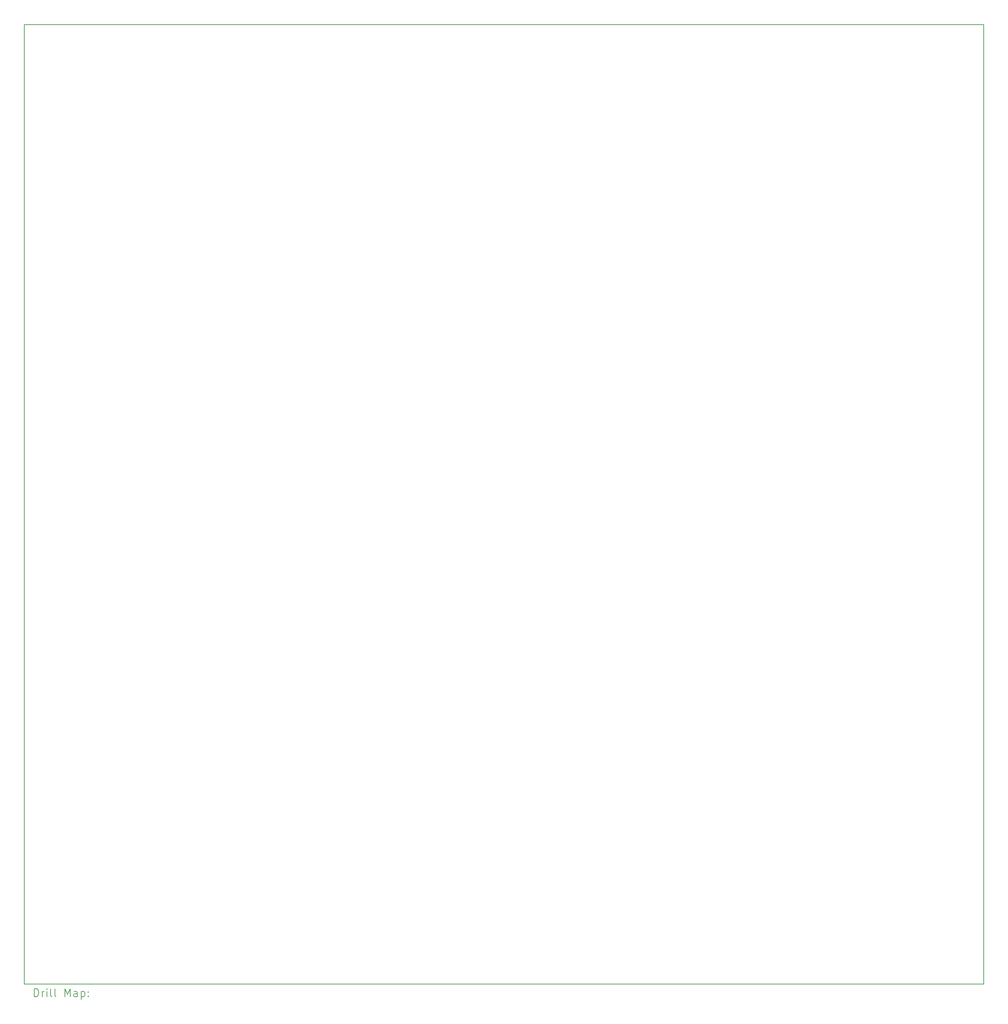
<source format=gbr>
%TF.GenerationSoftware,KiCad,Pcbnew,8.0.6*%
%TF.CreationDate,2025-06-21T09:35:40-05:00*%
%TF.ProjectId,6809PC-6U,36383039-5043-42d3-9655-2e6b69636164,6/20/2025 004*%
%TF.SameCoordinates,Original*%
%TF.FileFunction,Drillmap*%
%TF.FilePolarity,Positive*%
%FSLAX45Y45*%
G04 Gerber Fmt 4.5, Leading zero omitted, Abs format (unit mm)*
G04 Created by KiCad (PCBNEW 8.0.6) date 2025-06-21 09:35:40*
%MOMM*%
%LPD*%
G01*
G04 APERTURE LIST*
%ADD10C,0.200000*%
G04 APERTURE END LIST*
D10*
X6908040Y-5587240D02*
X31308040Y-5587240D01*
X31308040Y-29987240D01*
X6908040Y-29987240D01*
X6908040Y-5587240D01*
X7158817Y-30308724D02*
X7158817Y-30108724D01*
X7158817Y-30108724D02*
X7206436Y-30108724D01*
X7206436Y-30108724D02*
X7235007Y-30118248D01*
X7235007Y-30118248D02*
X7254055Y-30137295D01*
X7254055Y-30137295D02*
X7263579Y-30156343D01*
X7263579Y-30156343D02*
X7273102Y-30194438D01*
X7273102Y-30194438D02*
X7273102Y-30223009D01*
X7273102Y-30223009D02*
X7263579Y-30261105D01*
X7263579Y-30261105D02*
X7254055Y-30280152D01*
X7254055Y-30280152D02*
X7235007Y-30299200D01*
X7235007Y-30299200D02*
X7206436Y-30308724D01*
X7206436Y-30308724D02*
X7158817Y-30308724D01*
X7358817Y-30308724D02*
X7358817Y-30175390D01*
X7358817Y-30213486D02*
X7368341Y-30194438D01*
X7368341Y-30194438D02*
X7377864Y-30184914D01*
X7377864Y-30184914D02*
X7396912Y-30175390D01*
X7396912Y-30175390D02*
X7415960Y-30175390D01*
X7482626Y-30308724D02*
X7482626Y-30175390D01*
X7482626Y-30108724D02*
X7473102Y-30118248D01*
X7473102Y-30118248D02*
X7482626Y-30127771D01*
X7482626Y-30127771D02*
X7492150Y-30118248D01*
X7492150Y-30118248D02*
X7482626Y-30108724D01*
X7482626Y-30108724D02*
X7482626Y-30127771D01*
X7606436Y-30308724D02*
X7587388Y-30299200D01*
X7587388Y-30299200D02*
X7577864Y-30280152D01*
X7577864Y-30280152D02*
X7577864Y-30108724D01*
X7711198Y-30308724D02*
X7692150Y-30299200D01*
X7692150Y-30299200D02*
X7682626Y-30280152D01*
X7682626Y-30280152D02*
X7682626Y-30108724D01*
X7939769Y-30308724D02*
X7939769Y-30108724D01*
X7939769Y-30108724D02*
X8006436Y-30251581D01*
X8006436Y-30251581D02*
X8073102Y-30108724D01*
X8073102Y-30108724D02*
X8073102Y-30308724D01*
X8254055Y-30308724D02*
X8254055Y-30203962D01*
X8254055Y-30203962D02*
X8244531Y-30184914D01*
X8244531Y-30184914D02*
X8225483Y-30175390D01*
X8225483Y-30175390D02*
X8187388Y-30175390D01*
X8187388Y-30175390D02*
X8168341Y-30184914D01*
X8254055Y-30299200D02*
X8235007Y-30308724D01*
X8235007Y-30308724D02*
X8187388Y-30308724D01*
X8187388Y-30308724D02*
X8168341Y-30299200D01*
X8168341Y-30299200D02*
X8158817Y-30280152D01*
X8158817Y-30280152D02*
X8158817Y-30261105D01*
X8158817Y-30261105D02*
X8168341Y-30242057D01*
X8168341Y-30242057D02*
X8187388Y-30232533D01*
X8187388Y-30232533D02*
X8235007Y-30232533D01*
X8235007Y-30232533D02*
X8254055Y-30223009D01*
X8349293Y-30175390D02*
X8349293Y-30375390D01*
X8349293Y-30184914D02*
X8368341Y-30175390D01*
X8368341Y-30175390D02*
X8406436Y-30175390D01*
X8406436Y-30175390D02*
X8425484Y-30184914D01*
X8425484Y-30184914D02*
X8435007Y-30194438D01*
X8435007Y-30194438D02*
X8444531Y-30213486D01*
X8444531Y-30213486D02*
X8444531Y-30270628D01*
X8444531Y-30270628D02*
X8435007Y-30289676D01*
X8435007Y-30289676D02*
X8425484Y-30299200D01*
X8425484Y-30299200D02*
X8406436Y-30308724D01*
X8406436Y-30308724D02*
X8368341Y-30308724D01*
X8368341Y-30308724D02*
X8349293Y-30299200D01*
X8530245Y-30289676D02*
X8539769Y-30299200D01*
X8539769Y-30299200D02*
X8530245Y-30308724D01*
X8530245Y-30308724D02*
X8520722Y-30299200D01*
X8520722Y-30299200D02*
X8530245Y-30289676D01*
X8530245Y-30289676D02*
X8530245Y-30308724D01*
X8530245Y-30184914D02*
X8539769Y-30194438D01*
X8539769Y-30194438D02*
X8530245Y-30203962D01*
X8530245Y-30203962D02*
X8520722Y-30194438D01*
X8520722Y-30194438D02*
X8530245Y-30184914D01*
X8530245Y-30184914D02*
X8530245Y-30203962D01*
M02*

</source>
